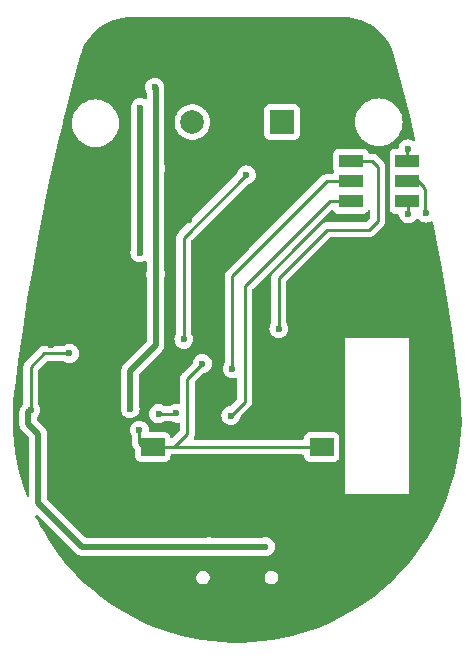
<source format=gbr>
%TF.GenerationSoftware,KiCad,Pcbnew,8.0.4*%
%TF.CreationDate,2024-08-11T09:47:25+05:30*%
%TF.ProjectId,Wrkshp_PCB_test,57726b73-6870-45f5-9043-425f74657374,rev?*%
%TF.SameCoordinates,Original*%
%TF.FileFunction,Copper,L2,Bot*%
%TF.FilePolarity,Positive*%
%FSLAX46Y46*%
G04 Gerber Fmt 4.6, Leading zero omitted, Abs format (unit mm)*
G04 Created by KiCad (PCBNEW 8.0.4) date 2024-08-11 09:47:25*
%MOMM*%
%LPD*%
G01*
G04 APERTURE LIST*
%TA.AperFunction,ComponentPad*%
%ADD10O,1.000000X2.100000*%
%TD*%
%TA.AperFunction,ComponentPad*%
%ADD11O,1.000000X1.800000*%
%TD*%
%TA.AperFunction,SMDPad,CuDef*%
%ADD12R,2.000000X1.500000*%
%TD*%
%TA.AperFunction,ComponentPad*%
%ADD13R,2.000000X2.000000*%
%TD*%
%TA.AperFunction,ComponentPad*%
%ADD14C,2.000000*%
%TD*%
%TA.AperFunction,SMDPad,CuDef*%
%ADD15R,2.000000X1.100000*%
%TD*%
%TA.AperFunction,ViaPad*%
%ADD16C,0.600000*%
%TD*%
%TA.AperFunction,Conductor*%
%ADD17C,0.508000*%
%TD*%
%TA.AperFunction,Conductor*%
%ADD18C,0.254000*%
%TD*%
G04 APERTURE END LIST*
D10*
%TO.P,J1,S1,SHIELD*%
%TO.N,GND*%
X138859800Y-112642800D03*
D11*
X138859800Y-116822800D03*
D10*
X147499800Y-112642800D03*
D11*
X147499800Y-116822800D03*
%TD*%
D12*
%TO.P,SW1,1,1*%
%TO.N,GND*%
X150329800Y-97075000D03*
X136029800Y-97075000D03*
%TO.P,SW1,2,2*%
%TO.N,Button*%
X150329800Y-102075000D03*
X136029800Y-102075000D03*
%TD*%
D13*
%TO.P,BZ1,1,+*%
%TO.N,+3V3*%
X146979800Y-74575000D03*
D14*
%TO.P,BZ1,2,-*%
%TO.N,Net-(BZ1--)*%
X139379800Y-74575000D03*
%TD*%
D15*
%TO.P,D1,1,RK*%
%TO.N,Net-(D1-RK)*%
X157579800Y-77875000D03*
%TO.P,D1,2,GK*%
%TO.N,Net-(D1-GK)*%
X157579800Y-79575000D03*
%TO.P,D1,3,BK*%
%TO.N,Net-(D1-BK)*%
X157579800Y-81275000D03*
%TO.P,D1,4,BA*%
%TO.N,Bulb_3*%
X152779800Y-81275000D03*
%TO.P,D1,5,GA*%
%TO.N,Bulb_2*%
X152779800Y-79575000D03*
%TO.P,D1,6,RA*%
%TO.N,Bulb_1*%
X152779800Y-77875000D03*
%TD*%
D16*
%TO.N,Net-(BT1--)*%
X134950200Y-85623400D03*
X134975600Y-73355200D03*
%TO.N,+BATT*%
X136271000Y-78486000D03*
X134112000Y-98856800D03*
X136194800Y-71628000D03*
X136271000Y-87426800D03*
%TO.N,GND*%
X148869400Y-108966000D03*
X140817600Y-96240600D03*
X131241800Y-100558600D03*
X147701000Y-98475800D03*
X141757400Y-84048600D03*
X158851600Y-86233000D03*
X152374600Y-87477600D03*
X139039600Y-81965800D03*
X129159000Y-86918800D03*
X147675600Y-100406200D03*
X145719800Y-98475800D03*
X145719800Y-100406200D03*
X144119600Y-72415400D03*
X130784600Y-111582200D03*
X157683200Y-86055200D03*
X132130800Y-102870000D03*
X127381000Y-93446600D03*
X155956000Y-68834000D03*
X152450800Y-90728800D03*
X152374600Y-89077800D03*
X145719800Y-78257400D03*
X139141200Y-82880200D03*
X126974600Y-89408000D03*
X127584200Y-105613200D03*
X141757400Y-90932000D03*
%TO.N,Bulb_1*%
X146710400Y-92075000D03*
%TO.N,Net-(D1-GK)*%
X159156400Y-82270600D03*
%TO.N,Net-(D1-RK)*%
X157632400Y-76835000D03*
%TO.N,Bulb_3*%
X142646400Y-99415600D03*
%TO.N,Net-(D1-BK)*%
X157683200Y-82346800D03*
%TO.N,Bulb_2*%
X142748000Y-95453200D03*
%TO.N,CHG*%
X136525000Y-99263200D03*
X138023600Y-99212400D03*
%TO.N,VBUS*%
X145567400Y-110515400D03*
X128981200Y-94157800D03*
X125703692Y-98938501D03*
X140792200Y-110515400D03*
%TO.N,Button*%
X140233400Y-95021400D03*
X134899400Y-100660200D03*
%TO.N,Buzzer*%
X138658600Y-92964000D03*
X143967200Y-79044800D03*
%TD*%
D17*
%TO.N,Net-(BT1--)*%
X134950200Y-73380600D02*
X134975600Y-73355200D01*
X134950200Y-85623400D02*
X134950200Y-73380600D01*
%TO.N,+BATT*%
X136271000Y-78486000D02*
X136271000Y-71704200D01*
X136271000Y-87426800D02*
X136271000Y-78486000D01*
X136271000Y-93446600D02*
X136271000Y-87426800D01*
X134112000Y-95605600D02*
X136271000Y-93446600D01*
X136271000Y-71704200D02*
X136194800Y-71628000D01*
X134112000Y-98856800D02*
X134112000Y-95605600D01*
D18*
%TO.N,Bulb_1*%
X155092400Y-78333600D02*
X154633800Y-77875000D01*
X146710400Y-87731600D02*
X150749000Y-83693000D01*
X154633800Y-77875000D02*
X152779800Y-77875000D01*
X150749000Y-83693000D02*
X154305000Y-83693000D01*
X155092400Y-82905600D02*
X155092400Y-78333600D01*
X146710400Y-92075000D02*
X146710400Y-87731600D01*
X154305000Y-83693000D02*
X155092400Y-82905600D01*
%TO.N,Net-(D1-GK)*%
X158518200Y-79575000D02*
X159038715Y-80095515D01*
X159038715Y-80095515D02*
X159105600Y-80412193D01*
X157579800Y-79575000D02*
X158518200Y-79575000D01*
X159105600Y-80412193D02*
X159105600Y-82219800D01*
X159105600Y-82219800D02*
X159156400Y-82270600D01*
%TO.N,Net-(D1-RK)*%
X157579800Y-77875000D02*
X157579800Y-76887600D01*
X157579800Y-76887600D02*
X157632400Y-76835000D01*
%TO.N,Bulb_3*%
X143814800Y-98247200D02*
X143814800Y-88468200D01*
X151008000Y-81275000D02*
X152779800Y-81275000D01*
X142646400Y-99415600D02*
X143814800Y-98247200D01*
X143814800Y-88468200D02*
X151008000Y-81275000D01*
%TO.N,Net-(D1-BK)*%
X157683200Y-81378400D02*
X157579800Y-81275000D01*
X157683200Y-82346800D02*
X157683200Y-81378400D01*
%TO.N,Bulb_2*%
X142748000Y-95453200D02*
X142748000Y-87630000D01*
X150803000Y-79575000D02*
X152779800Y-79575000D01*
X142748000Y-87630000D02*
X150803000Y-79575000D01*
%TO.N,CHG*%
X137972800Y-99263200D02*
X138023600Y-99212400D01*
X136525000Y-99263200D02*
X137972800Y-99263200D01*
D17*
%TO.N,VBUS*%
X125501400Y-100152200D02*
X126339600Y-100990400D01*
X145567400Y-110515400D02*
X140792200Y-110515400D01*
X130048000Y-110515400D02*
X140792200Y-110515400D01*
D18*
X128981200Y-94157800D02*
X126822200Y-94157800D01*
X126822200Y-94157800D02*
X125703692Y-95276308D01*
D17*
X125501400Y-99140793D02*
X125501400Y-100152200D01*
X126339600Y-100990400D02*
X126339600Y-106807000D01*
X125703692Y-98938501D02*
X125501400Y-99140793D01*
D18*
X125703692Y-95276308D02*
X125703692Y-98938501D01*
D17*
X126339600Y-106807000D02*
X130048000Y-110515400D01*
D18*
%TO.N,Button*%
X135222000Y-102075000D02*
X136029800Y-102075000D01*
X138957000Y-100971400D02*
X138957000Y-96297800D01*
X134899400Y-100660200D02*
X134899400Y-101752400D01*
X134899400Y-101752400D02*
X135222000Y-102075000D01*
X137853400Y-102075000D02*
X138957000Y-100971400D01*
X138957000Y-96297800D02*
X140233400Y-95021400D01*
X136029800Y-102075000D02*
X137853400Y-102075000D01*
X136029800Y-102075000D02*
X150329800Y-102075000D01*
%TO.N,Buzzer*%
X138658600Y-92964000D02*
X138658600Y-84353400D01*
X138658600Y-84353400D02*
X143967200Y-79044800D01*
%TD*%
%TA.AperFunction,Conductor*%
%TO.N,GND*%
G36*
X152140308Y-65663117D02*
G01*
X152522797Y-65679750D01*
X152533504Y-65680682D01*
X152910448Y-65730104D01*
X152921029Y-65731962D01*
X153292267Y-65813917D01*
X153302659Y-65816690D01*
X153580724Y-65903983D01*
X153665345Y-65930549D01*
X153675474Y-65934219D01*
X154026919Y-66079132D01*
X154036691Y-66083668D01*
X154374211Y-66258530D01*
X154383552Y-66263896D01*
X154704649Y-66467412D01*
X154713490Y-66473570D01*
X155015682Y-66704168D01*
X155023955Y-66711069D01*
X155305007Y-66967042D01*
X155312649Y-66974635D01*
X155570425Y-67254040D01*
X155577379Y-67262269D01*
X155809913Y-67562974D01*
X155816127Y-67571774D01*
X156021692Y-67891543D01*
X156027119Y-67900850D01*
X156204155Y-68237260D01*
X156208753Y-68247003D01*
X156355917Y-68597501D01*
X156359652Y-68607606D01*
X156476675Y-68972168D01*
X156478427Y-68978135D01*
X157155881Y-71520143D01*
X157156298Y-71521753D01*
X157800251Y-74075186D01*
X157800647Y-74076801D01*
X158267255Y-76037546D01*
X158263626Y-76107321D01*
X158222849Y-76164058D01*
X158157871Y-76189742D01*
X158089323Y-76176219D01*
X158080652Y-76171247D01*
X157981923Y-76109211D01*
X157811654Y-76049631D01*
X157811649Y-76049630D01*
X157632404Y-76029435D01*
X157632396Y-76029435D01*
X157453150Y-76049630D01*
X157453145Y-76049631D01*
X157282876Y-76109211D01*
X157130137Y-76205184D01*
X157002584Y-76332737D01*
X156906610Y-76485478D01*
X156847030Y-76655750D01*
X156840424Y-76714384D01*
X156813357Y-76778798D01*
X156755762Y-76818353D01*
X156717205Y-76824500D01*
X156531930Y-76824500D01*
X156531923Y-76824501D01*
X156472316Y-76830908D01*
X156337471Y-76881202D01*
X156337464Y-76881206D01*
X156222255Y-76967452D01*
X156222252Y-76967455D01*
X156136006Y-77082664D01*
X156136002Y-77082671D01*
X156085708Y-77217517D01*
X156079301Y-77277116D01*
X156079300Y-77277135D01*
X156079300Y-78472870D01*
X156079301Y-78472876D01*
X156085708Y-78532483D01*
X156139103Y-78675641D01*
X156137375Y-78676285D01*
X156149895Y-78733853D01*
X156138110Y-78773988D01*
X156139103Y-78774359D01*
X156085708Y-78917517D01*
X156079301Y-78977116D01*
X156079300Y-78977135D01*
X156079300Y-80172870D01*
X156079301Y-80172876D01*
X156085708Y-80232483D01*
X156139103Y-80375641D01*
X156137375Y-80376285D01*
X156149895Y-80433853D01*
X156138110Y-80473988D01*
X156139103Y-80474359D01*
X156085708Y-80617517D01*
X156079301Y-80677116D01*
X156079300Y-80677135D01*
X156079300Y-81872870D01*
X156079301Y-81872876D01*
X156085708Y-81932483D01*
X156136002Y-82067328D01*
X156136006Y-82067335D01*
X156222252Y-82182544D01*
X156222255Y-82182547D01*
X156337464Y-82268793D01*
X156337471Y-82268797D01*
X156382418Y-82285561D01*
X156472317Y-82319091D01*
X156531927Y-82325500D01*
X156764421Y-82325499D01*
X156831460Y-82345183D01*
X156877215Y-82397987D01*
X156887641Y-82435615D01*
X156897830Y-82526050D01*
X156897831Y-82526054D01*
X156957411Y-82696323D01*
X157040443Y-82828467D01*
X157053384Y-82849062D01*
X157180938Y-82976616D01*
X157212405Y-82996388D01*
X157317885Y-83062666D01*
X157333678Y-83072589D01*
X157382333Y-83089614D01*
X157503945Y-83132168D01*
X157503950Y-83132169D01*
X157683196Y-83152365D01*
X157683200Y-83152365D01*
X157683204Y-83152365D01*
X157862449Y-83132169D01*
X157862452Y-83132168D01*
X157862455Y-83132168D01*
X158032722Y-83072589D01*
X158185462Y-82976616D01*
X158313016Y-82849062D01*
X158342106Y-82802765D01*
X158394437Y-82756476D01*
X158463490Y-82745826D01*
X158527339Y-82774200D01*
X158534779Y-82781057D01*
X158654138Y-82900416D01*
X158806878Y-82996389D01*
X158901621Y-83029541D01*
X158977145Y-83055968D01*
X158977150Y-83055969D01*
X159156396Y-83076165D01*
X159156400Y-83076165D01*
X159156404Y-83076165D01*
X159335649Y-83055969D01*
X159335652Y-83055968D01*
X159335655Y-83055968D01*
X159505922Y-82996389D01*
X159552052Y-82967404D01*
X159582328Y-82948380D01*
X159649565Y-82929379D01*
X159716400Y-82949746D01*
X159761615Y-83003014D01*
X159769989Y-83029541D01*
X160033502Y-84375047D01*
X160033811Y-84376681D01*
X160505243Y-86967579D01*
X160505530Y-86969217D01*
X160942187Y-89566264D01*
X160942451Y-89567905D01*
X161344222Y-92170441D01*
X161344465Y-92172086D01*
X161711310Y-94779846D01*
X161711531Y-94781495D01*
X162043252Y-97392993D01*
X162043656Y-97396596D01*
X162126237Y-98244369D01*
X162126653Y-98249943D01*
X162170895Y-99099581D01*
X162171060Y-99105168D01*
X162176969Y-99955952D01*
X162176882Y-99961540D01*
X162144447Y-100811730D01*
X162144108Y-100817309D01*
X162073394Y-101665168D01*
X162072804Y-101670726D01*
X161963954Y-102514539D01*
X161963114Y-102520065D01*
X161816350Y-103358112D01*
X161815262Y-103363594D01*
X161630883Y-104194177D01*
X161629549Y-104199605D01*
X161407928Y-105021033D01*
X161406351Y-105026395D01*
X161147941Y-105837001D01*
X161146124Y-105842287D01*
X160851438Y-106640447D01*
X160849384Y-106645645D01*
X160519051Y-107429668D01*
X160516766Y-107434769D01*
X160151416Y-108203154D01*
X160148903Y-108208146D01*
X159749304Y-108959279D01*
X159746568Y-108964153D01*
X159313530Y-109696507D01*
X159310577Y-109701253D01*
X158844985Y-110413338D01*
X158841822Y-110417946D01*
X158344594Y-111108355D01*
X158341226Y-111112815D01*
X157813420Y-111780078D01*
X157809855Y-111784383D01*
X157252483Y-112427223D01*
X157248727Y-112431362D01*
X156662982Y-113048401D01*
X156659044Y-113052367D01*
X156046055Y-113642416D01*
X156041941Y-113646200D01*
X155403024Y-114207992D01*
X155398745Y-114211588D01*
X154735145Y-114744031D01*
X154730708Y-114747429D01*
X154043773Y-115249438D01*
X154039187Y-115252633D01*
X153330360Y-115723156D01*
X153325635Y-115726142D01*
X152596286Y-116164269D01*
X152591431Y-116167038D01*
X151843108Y-116571836D01*
X151838133Y-116574384D01*
X151072322Y-116945053D01*
X151067238Y-116947374D01*
X150285504Y-117283156D01*
X150280320Y-117285246D01*
X149484239Y-117585462D01*
X149478966Y-117587316D01*
X148670161Y-117851356D01*
X148664810Y-117852970D01*
X147844955Y-118080287D01*
X147839537Y-118081659D01*
X147010242Y-118271806D01*
X147004767Y-118272932D01*
X146167755Y-118425514D01*
X146162235Y-118426392D01*
X145319193Y-118541100D01*
X145313639Y-118541728D01*
X144466312Y-118618328D01*
X144460736Y-118618706D01*
X143610790Y-118657047D01*
X143605202Y-118657173D01*
X142754398Y-118657173D01*
X142748810Y-118657047D01*
X141898863Y-118618706D01*
X141893287Y-118618328D01*
X141045960Y-118541728D01*
X141040406Y-118541100D01*
X140197364Y-118426392D01*
X140191844Y-118425514D01*
X139354832Y-118272932D01*
X139349357Y-118271806D01*
X138520062Y-118081659D01*
X138514644Y-118080287D01*
X137694789Y-117852970D01*
X137689438Y-117851356D01*
X136880633Y-117587316D01*
X136875360Y-117585462D01*
X136079279Y-117285246D01*
X136074095Y-117283156D01*
X135292361Y-116947374D01*
X135287277Y-116945053D01*
X134521466Y-116574384D01*
X134516491Y-116571836D01*
X133768168Y-116167038D01*
X133763313Y-116164269D01*
X133033964Y-115726142D01*
X133029239Y-115723156D01*
X132320412Y-115252633D01*
X132315826Y-115249438D01*
X131628891Y-114747429D01*
X131624474Y-114744046D01*
X130960825Y-114211564D01*
X130956575Y-114207992D01*
X130317658Y-113646200D01*
X130313544Y-113642416D01*
X129873214Y-113218565D01*
X129715792Y-113067034D01*
X139714300Y-113067034D01*
X139714300Y-113218565D01*
X139753519Y-113364936D01*
X139791402Y-113430550D01*
X139829285Y-113496165D01*
X139936435Y-113603315D01*
X140067665Y-113679081D01*
X140214034Y-113718300D01*
X140214036Y-113718300D01*
X140365564Y-113718300D01*
X140365566Y-113718300D01*
X140511935Y-113679081D01*
X140643165Y-113603315D01*
X140750315Y-113496165D01*
X140826081Y-113364935D01*
X140865300Y-113218566D01*
X140865300Y-113067034D01*
X145494300Y-113067034D01*
X145494300Y-113218565D01*
X145533519Y-113364936D01*
X145571402Y-113430550D01*
X145609285Y-113496165D01*
X145716435Y-113603315D01*
X145847665Y-113679081D01*
X145994034Y-113718300D01*
X145994036Y-113718300D01*
X146145564Y-113718300D01*
X146145566Y-113718300D01*
X146291935Y-113679081D01*
X146423165Y-113603315D01*
X146530315Y-113496165D01*
X146606081Y-113364935D01*
X146645300Y-113218566D01*
X146645300Y-113067034D01*
X146606081Y-112920665D01*
X146530315Y-112789435D01*
X146423165Y-112682285D01*
X146357550Y-112644402D01*
X146291936Y-112606519D01*
X146218750Y-112586909D01*
X146145566Y-112567300D01*
X145994034Y-112567300D01*
X145847663Y-112606519D01*
X145716435Y-112682285D01*
X145716432Y-112682287D01*
X145609287Y-112789432D01*
X145609285Y-112789435D01*
X145533519Y-112920663D01*
X145494300Y-113067034D01*
X140865300Y-113067034D01*
X140826081Y-112920665D01*
X140750315Y-112789435D01*
X140643165Y-112682285D01*
X140577550Y-112644402D01*
X140511936Y-112606519D01*
X140438750Y-112586909D01*
X140365566Y-112567300D01*
X140214034Y-112567300D01*
X140067663Y-112606519D01*
X139936435Y-112682285D01*
X139936432Y-112682287D01*
X139829287Y-112789432D01*
X139829285Y-112789435D01*
X139753519Y-112920663D01*
X139714300Y-113067034D01*
X129715792Y-113067034D01*
X129700552Y-113052364D01*
X129696617Y-113048401D01*
X129575357Y-112920663D01*
X129239916Y-112567300D01*
X129110872Y-112431362D01*
X129107116Y-112427223D01*
X128549744Y-111784383D01*
X128546179Y-111780078D01*
X128167045Y-111300769D01*
X128018356Y-111112793D01*
X128015022Y-111108377D01*
X127517775Y-110417943D01*
X127514614Y-110413338D01*
X127169546Y-109885584D01*
X127049016Y-109701244D01*
X127046069Y-109696507D01*
X126959979Y-109550912D01*
X126613027Y-108964146D01*
X126610295Y-108959279D01*
X126210696Y-108208146D01*
X126208183Y-108203154D01*
X126099447Y-107974467D01*
X126088437Y-107905470D01*
X126116477Y-107841474D01*
X126174665Y-107802796D01*
X126244527Y-107801718D01*
X126299114Y-107833539D01*
X129457600Y-110992024D01*
X129457621Y-110992047D01*
X129567031Y-111101457D01*
X129632523Y-111145217D01*
X129690606Y-111184027D01*
X129690607Y-111184027D01*
X129690611Y-111184030D01*
X129771043Y-111217345D01*
X129771044Y-111217346D01*
X129794603Y-111227104D01*
X129827920Y-111240905D01*
X129827929Y-111240906D01*
X129827930Y-111240907D01*
X129852103Y-111245715D01*
X129852110Y-111245716D01*
X129973686Y-111269901D01*
X129973688Y-111269901D01*
X130128426Y-111269901D01*
X130128446Y-111269900D01*
X140503660Y-111269900D01*
X140544615Y-111276859D01*
X140612937Y-111300766D01*
X140612943Y-111300767D01*
X140612945Y-111300768D01*
X140612946Y-111300768D01*
X140612950Y-111300769D01*
X140792196Y-111320965D01*
X140792200Y-111320965D01*
X140792204Y-111320965D01*
X140971449Y-111300769D01*
X140971451Y-111300768D01*
X140971455Y-111300768D01*
X140971458Y-111300766D01*
X140971462Y-111300766D01*
X141039785Y-111276859D01*
X141080740Y-111269900D01*
X145278860Y-111269900D01*
X145319815Y-111276859D01*
X145388137Y-111300766D01*
X145388143Y-111300767D01*
X145388145Y-111300768D01*
X145388146Y-111300768D01*
X145388150Y-111300769D01*
X145567396Y-111320965D01*
X145567400Y-111320965D01*
X145567404Y-111320965D01*
X145746649Y-111300769D01*
X145746652Y-111300768D01*
X145746655Y-111300768D01*
X145916922Y-111241189D01*
X146069662Y-111145216D01*
X146197216Y-111017662D01*
X146293189Y-110864922D01*
X146352768Y-110694655D01*
X146372965Y-110515400D01*
X146361465Y-110413338D01*
X146352769Y-110336150D01*
X146352768Y-110336145D01*
X146293188Y-110165876D01*
X146197215Y-110013137D01*
X146069662Y-109885584D01*
X145916923Y-109789611D01*
X145746654Y-109730031D01*
X145746649Y-109730030D01*
X145567404Y-109709835D01*
X145567396Y-109709835D01*
X145388150Y-109730030D01*
X145388137Y-109730033D01*
X145319815Y-109753941D01*
X145278860Y-109760900D01*
X141080740Y-109760900D01*
X141039785Y-109753941D01*
X140971462Y-109730033D01*
X140971449Y-109730030D01*
X140792204Y-109709835D01*
X140792196Y-109709835D01*
X140612950Y-109730030D01*
X140612937Y-109730033D01*
X140544615Y-109753941D01*
X140503660Y-109760900D01*
X130411886Y-109760900D01*
X130344847Y-109741215D01*
X130324205Y-109724581D01*
X127130419Y-106530794D01*
X127096934Y-106469471D01*
X127094100Y-106443113D01*
X127094100Y-106033800D01*
X152310000Y-106033800D01*
X157710000Y-106033800D01*
X157710000Y-92833800D01*
X152310000Y-92833800D01*
X152310000Y-106033800D01*
X127094100Y-106033800D01*
X127094100Y-101070846D01*
X127094101Y-101070825D01*
X127094101Y-100916085D01*
X127065106Y-100770326D01*
X127065105Y-100770325D01*
X127065105Y-100770321D01*
X127019491Y-100660197D01*
X127019491Y-100660196D01*
X134093835Y-100660196D01*
X134093835Y-100660203D01*
X134114030Y-100839449D01*
X134114031Y-100839454D01*
X134173611Y-101009724D01*
X134252893Y-101135898D01*
X134271900Y-101201871D01*
X134271900Y-101814207D01*
X134296012Y-101935427D01*
X134296014Y-101935435D01*
X134328225Y-102013197D01*
X134343317Y-102049633D01*
X134401562Y-102136803D01*
X134411989Y-102152408D01*
X134492982Y-102233401D01*
X134526466Y-102294722D01*
X134529300Y-102321081D01*
X134529300Y-102872870D01*
X134529301Y-102872876D01*
X134535708Y-102932483D01*
X134586002Y-103067328D01*
X134586006Y-103067335D01*
X134672252Y-103182544D01*
X134672255Y-103182547D01*
X134787464Y-103268793D01*
X134787471Y-103268797D01*
X134922317Y-103319091D01*
X134922316Y-103319091D01*
X134929244Y-103319835D01*
X134981927Y-103325500D01*
X137077672Y-103325499D01*
X137137283Y-103319091D01*
X137272131Y-103268796D01*
X137387346Y-103182546D01*
X137473596Y-103067331D01*
X137523891Y-102932483D01*
X137530300Y-102872873D01*
X137530300Y-102826500D01*
X137549985Y-102759461D01*
X137602789Y-102713706D01*
X137654300Y-102702500D01*
X137791597Y-102702500D01*
X137915203Y-102702500D01*
X148705301Y-102702500D01*
X148772340Y-102722185D01*
X148818095Y-102774989D01*
X148829301Y-102826500D01*
X148829301Y-102872876D01*
X148835708Y-102932483D01*
X148886002Y-103067328D01*
X148886006Y-103067335D01*
X148972252Y-103182544D01*
X148972255Y-103182547D01*
X149087464Y-103268793D01*
X149087471Y-103268797D01*
X149222317Y-103319091D01*
X149222316Y-103319091D01*
X149229244Y-103319835D01*
X149281927Y-103325500D01*
X151377672Y-103325499D01*
X151437283Y-103319091D01*
X151572131Y-103268796D01*
X151687346Y-103182546D01*
X151773596Y-103067331D01*
X151823891Y-102932483D01*
X151830300Y-102872873D01*
X151830299Y-101277128D01*
X151823891Y-101217517D01*
X151818055Y-101201871D01*
X151773597Y-101082671D01*
X151773593Y-101082664D01*
X151687347Y-100967455D01*
X151687344Y-100967452D01*
X151572135Y-100881206D01*
X151572128Y-100881202D01*
X151437282Y-100830908D01*
X151437283Y-100830908D01*
X151377683Y-100824501D01*
X151377681Y-100824500D01*
X151377673Y-100824500D01*
X151377664Y-100824500D01*
X149281929Y-100824500D01*
X149281923Y-100824501D01*
X149222316Y-100830908D01*
X149087471Y-100881202D01*
X149087464Y-100881206D01*
X148972255Y-100967452D01*
X148972252Y-100967455D01*
X148886006Y-101082664D01*
X148886002Y-101082671D01*
X148835708Y-101217517D01*
X148830431Y-101266605D01*
X148829301Y-101277123D01*
X148829300Y-101277135D01*
X148829300Y-101323500D01*
X148809615Y-101390539D01*
X148756811Y-101436294D01*
X148705300Y-101447500D01*
X139624358Y-101447500D01*
X139557319Y-101427815D01*
X139511564Y-101375011D01*
X139501620Y-101305853D01*
X139511834Y-101274710D01*
X139510752Y-101274262D01*
X139560383Y-101154439D01*
X139560385Y-101154435D01*
X139574660Y-101082671D01*
X139584500Y-101033205D01*
X139584500Y-99415596D01*
X141840835Y-99415596D01*
X141840835Y-99415603D01*
X141861030Y-99594849D01*
X141861031Y-99594854D01*
X141920611Y-99765123D01*
X142000972Y-99893016D01*
X142016584Y-99917862D01*
X142144138Y-100045416D01*
X142296878Y-100141389D01*
X142467145Y-100200968D01*
X142467150Y-100200969D01*
X142646396Y-100221165D01*
X142646400Y-100221165D01*
X142646404Y-100221165D01*
X142825649Y-100200969D01*
X142825652Y-100200968D01*
X142825655Y-100200968D01*
X142995922Y-100141389D01*
X143148662Y-100045416D01*
X143276216Y-99917862D01*
X143372189Y-99765122D01*
X143431768Y-99594855D01*
X143436713Y-99550961D01*
X143463778Y-99486551D01*
X143472242Y-99477175D01*
X144302211Y-98647208D01*
X144327049Y-98610035D01*
X144370883Y-98544433D01*
X144418185Y-98430235D01*
X144426076Y-98390561D01*
X144442300Y-98309005D01*
X144442300Y-88779481D01*
X144461985Y-88712442D01*
X144478619Y-88691800D01*
X147794605Y-85375814D01*
X151136614Y-82033804D01*
X151197935Y-82000321D01*
X151267627Y-82005305D01*
X151323560Y-82047177D01*
X151333124Y-82062057D01*
X151336006Y-82067335D01*
X151422252Y-82182544D01*
X151422255Y-82182547D01*
X151537464Y-82268793D01*
X151537471Y-82268797D01*
X151672317Y-82319091D01*
X151672316Y-82319091D01*
X151679244Y-82319835D01*
X151731927Y-82325500D01*
X153827672Y-82325499D01*
X153887283Y-82319091D01*
X154022131Y-82268796D01*
X154137346Y-82182546D01*
X154223596Y-82067331D01*
X154224717Y-82064326D01*
X154226638Y-82061758D01*
X154227847Y-82059546D01*
X154228165Y-82059719D01*
X154266587Y-82008391D01*
X154332050Y-81983972D01*
X154400324Y-81998822D01*
X154449730Y-82048226D01*
X154464900Y-82107656D01*
X154464900Y-82594319D01*
X154445215Y-82661358D01*
X154428581Y-82682000D01*
X154081400Y-83029181D01*
X154020077Y-83062666D01*
X153993719Y-83065500D01*
X150687192Y-83065500D01*
X150565972Y-83089612D01*
X150565964Y-83089614D01*
X150485215Y-83123062D01*
X150451766Y-83136917D01*
X150451763Y-83136918D01*
X150353117Y-83202831D01*
X150353118Y-83202832D01*
X150348994Y-83205587D01*
X150348989Y-83205591D01*
X148219722Y-85334859D01*
X146310392Y-87244189D01*
X146266689Y-87287892D01*
X146222986Y-87331594D01*
X146222985Y-87331596D01*
X146153633Y-87435389D01*
X146151986Y-87439993D01*
X146107014Y-87548564D01*
X146107012Y-87548572D01*
X146082900Y-87669792D01*
X146082900Y-91533328D01*
X146063894Y-91599300D01*
X145984611Y-91725476D01*
X145925031Y-91895745D01*
X145925030Y-91895750D01*
X145904835Y-92074996D01*
X145904835Y-92075003D01*
X145925030Y-92254249D01*
X145925031Y-92254254D01*
X145984611Y-92424523D01*
X146006540Y-92459422D01*
X146080584Y-92577262D01*
X146208138Y-92704816D01*
X146360878Y-92800789D01*
X146455218Y-92833800D01*
X146531145Y-92860368D01*
X146531150Y-92860369D01*
X146710396Y-92880565D01*
X146710400Y-92880565D01*
X146710404Y-92880565D01*
X146889649Y-92860369D01*
X146889652Y-92860368D01*
X146889655Y-92860368D01*
X147059922Y-92800789D01*
X147212662Y-92704816D01*
X147340216Y-92577262D01*
X147436189Y-92424522D01*
X147495768Y-92254255D01*
X147505116Y-92171287D01*
X147515965Y-92075003D01*
X147515965Y-92074996D01*
X147495769Y-91895750D01*
X147495768Y-91895745D01*
X147436188Y-91725476D01*
X147356906Y-91599300D01*
X147337900Y-91533328D01*
X147337900Y-88042881D01*
X147357585Y-87975842D01*
X147374219Y-87955200D01*
X150972600Y-84356819D01*
X151033923Y-84323334D01*
X151060281Y-84320500D01*
X154366804Y-84320500D01*
X154366805Y-84320499D01*
X154488035Y-84296386D01*
X154568784Y-84262937D01*
X154602233Y-84249083D01*
X154705008Y-84180411D01*
X154792411Y-84093008D01*
X155579811Y-83305608D01*
X155588241Y-83292992D01*
X155648483Y-83202833D01*
X155677753Y-83132168D01*
X155695786Y-83088634D01*
X155719900Y-82967403D01*
X155719900Y-82843797D01*
X155719900Y-78271797D01*
X155719900Y-78271794D01*
X155695786Y-78150570D01*
X155695785Y-78150569D01*
X155695785Y-78150565D01*
X155695783Y-78150560D01*
X155648486Y-78036373D01*
X155648479Y-78036360D01*
X155579812Y-77933593D01*
X155579811Y-77933592D01*
X155492408Y-77846189D01*
X155350867Y-77704648D01*
X155033811Y-77387591D01*
X155033807Y-77387588D01*
X154931039Y-77318920D01*
X154931026Y-77318913D01*
X154897585Y-77305062D01*
X154816835Y-77271614D01*
X154816827Y-77271612D01*
X154695607Y-77247500D01*
X154695603Y-77247500D01*
X154371169Y-77247500D01*
X154304130Y-77227815D01*
X154258375Y-77175011D01*
X154254987Y-77166832D01*
X154223598Y-77082673D01*
X154223593Y-77082664D01*
X154137347Y-76967455D01*
X154137344Y-76967452D01*
X154022135Y-76881206D01*
X154022128Y-76881202D01*
X153887282Y-76830908D01*
X153887283Y-76830908D01*
X153827683Y-76824501D01*
X153827681Y-76824500D01*
X153827673Y-76824500D01*
X153827664Y-76824500D01*
X151731929Y-76824500D01*
X151731923Y-76824501D01*
X151672316Y-76830908D01*
X151537471Y-76881202D01*
X151537464Y-76881206D01*
X151422255Y-76967452D01*
X151422252Y-76967455D01*
X151336006Y-77082664D01*
X151336002Y-77082671D01*
X151285708Y-77217517D01*
X151279301Y-77277116D01*
X151279300Y-77277135D01*
X151279300Y-78472870D01*
X151279301Y-78472876D01*
X151285708Y-78532483D01*
X151339103Y-78675641D01*
X151337375Y-78676285D01*
X151349895Y-78733853D01*
X151338110Y-78773987D01*
X151339103Y-78774358D01*
X151304613Y-78866832D01*
X151262742Y-78922766D01*
X151197278Y-78947184D01*
X151188431Y-78947500D01*
X150741195Y-78947500D01*
X150619970Y-78971613D01*
X150619960Y-78971616D01*
X150505773Y-79018913D01*
X150505760Y-79018920D01*
X150402992Y-79087588D01*
X150402988Y-79087591D01*
X144155722Y-85334859D01*
X142347992Y-87142589D01*
X142260589Y-87229992D01*
X142192700Y-87331596D01*
X142191916Y-87332769D01*
X142178061Y-87366214D01*
X142178062Y-87366215D01*
X142144615Y-87446962D01*
X142144612Y-87446972D01*
X142133843Y-87501113D01*
X142120500Y-87568192D01*
X142120500Y-94911528D01*
X142101494Y-94977500D01*
X142022211Y-95103676D01*
X141962631Y-95273945D01*
X141962630Y-95273950D01*
X141942435Y-95453196D01*
X141942435Y-95453203D01*
X141962630Y-95632449D01*
X141962631Y-95632454D01*
X142022211Y-95802723D01*
X142118184Y-95955462D01*
X142245738Y-96083016D01*
X142398478Y-96178989D01*
X142561383Y-96235992D01*
X142568745Y-96238568D01*
X142568750Y-96238569D01*
X142747996Y-96258765D01*
X142748000Y-96258765D01*
X142748004Y-96258765D01*
X142927249Y-96238569D01*
X142927251Y-96238568D01*
X142927255Y-96238568D01*
X142927258Y-96238566D01*
X142927262Y-96238566D01*
X143022345Y-96205295D01*
X143092124Y-96201733D01*
X143152751Y-96236461D01*
X143184979Y-96298454D01*
X143187300Y-96322336D01*
X143187300Y-97935918D01*
X143167615Y-98002957D01*
X143150981Y-98023599D01*
X142584832Y-98589747D01*
X142523509Y-98623232D01*
X142511037Y-98625286D01*
X142467145Y-98630232D01*
X142296878Y-98689810D01*
X142144137Y-98785784D01*
X142016584Y-98913337D01*
X141920611Y-99066076D01*
X141861031Y-99236345D01*
X141861030Y-99236350D01*
X141840835Y-99415596D01*
X139584500Y-99415596D01*
X139584500Y-96609080D01*
X139604185Y-96542041D01*
X139620815Y-96521403D01*
X140294967Y-95847250D01*
X140356288Y-95813767D01*
X140368745Y-95811715D01*
X140412655Y-95806768D01*
X140582922Y-95747189D01*
X140735662Y-95651216D01*
X140863216Y-95523662D01*
X140959189Y-95370922D01*
X141018768Y-95200655D01*
X141018769Y-95200649D01*
X141038965Y-95021403D01*
X141038965Y-95021396D01*
X141018769Y-94842150D01*
X141018768Y-94842145D01*
X141011586Y-94821619D01*
X140959189Y-94671878D01*
X140863216Y-94519138D01*
X140735662Y-94391584D01*
X140648880Y-94337055D01*
X140582923Y-94295611D01*
X140412654Y-94236031D01*
X140412649Y-94236030D01*
X140233404Y-94215835D01*
X140233396Y-94215835D01*
X140054150Y-94236030D01*
X140054145Y-94236031D01*
X139883876Y-94295611D01*
X139731137Y-94391584D01*
X139603584Y-94519137D01*
X139507610Y-94671878D01*
X139448032Y-94842145D01*
X139443086Y-94886037D01*
X139416018Y-94950451D01*
X139407547Y-94959832D01*
X138734932Y-95632449D01*
X138556992Y-95810389D01*
X138520129Y-95847252D01*
X138469586Y-95897794D01*
X138469585Y-95897796D01*
X138400233Y-96001589D01*
X138398586Y-96006193D01*
X138353614Y-96114764D01*
X138353612Y-96114772D01*
X138329500Y-96235992D01*
X138329500Y-98302545D01*
X138309815Y-98369584D01*
X138257011Y-98415339D01*
X138191617Y-98425765D01*
X138023604Y-98406835D01*
X138023596Y-98406835D01*
X137844350Y-98427030D01*
X137844345Y-98427031D01*
X137674076Y-98486611D01*
X137521337Y-98582584D01*
X137504541Y-98599381D01*
X137443218Y-98632866D01*
X137416860Y-98635700D01*
X137066672Y-98635700D01*
X137000700Y-98616694D01*
X136874523Y-98537411D01*
X136704254Y-98477831D01*
X136704249Y-98477830D01*
X136525004Y-98457635D01*
X136524996Y-98457635D01*
X136345750Y-98477830D01*
X136345745Y-98477831D01*
X136175476Y-98537411D01*
X136022737Y-98633384D01*
X135895184Y-98760937D01*
X135799211Y-98913676D01*
X135739631Y-99083945D01*
X135739630Y-99083950D01*
X135719435Y-99263196D01*
X135719435Y-99263203D01*
X135739630Y-99442449D01*
X135739631Y-99442454D01*
X135799211Y-99612723D01*
X135894970Y-99765122D01*
X135895184Y-99765462D01*
X136022738Y-99893016D01*
X136049300Y-99909706D01*
X136127354Y-99958751D01*
X136175478Y-99988989D01*
X136258287Y-100017965D01*
X136345745Y-100048568D01*
X136345750Y-100048569D01*
X136524996Y-100068765D01*
X136525000Y-100068765D01*
X136525004Y-100068765D01*
X136704249Y-100048569D01*
X136704252Y-100048568D01*
X136704255Y-100048568D01*
X136874522Y-99988989D01*
X137000700Y-99909705D01*
X137066672Y-99890700D01*
X137562776Y-99890700D01*
X137628749Y-99909707D01*
X137674075Y-99938188D01*
X137844345Y-99997768D01*
X137844350Y-99997769D01*
X138023596Y-100017965D01*
X138023600Y-100017965D01*
X138023603Y-100017965D01*
X138109989Y-100008231D01*
X138191617Y-99999034D01*
X138260438Y-100011088D01*
X138311818Y-100058437D01*
X138329500Y-100122254D01*
X138329500Y-100660119D01*
X138309815Y-100727158D01*
X138293181Y-100747800D01*
X137736237Y-101304743D01*
X137674914Y-101338228D01*
X137605222Y-101333244D01*
X137549289Y-101291372D01*
X137525266Y-101230310D01*
X137523891Y-101217517D01*
X137473597Y-101082671D01*
X137473593Y-101082664D01*
X137387347Y-100967455D01*
X137387344Y-100967452D01*
X137272135Y-100881206D01*
X137272128Y-100881202D01*
X137137282Y-100830908D01*
X137137283Y-100830908D01*
X137077683Y-100824501D01*
X137077681Y-100824500D01*
X137077673Y-100824500D01*
X137077665Y-100824500D01*
X135825209Y-100824500D01*
X135758170Y-100804815D01*
X135712415Y-100752011D01*
X135701989Y-100686617D01*
X135704965Y-100660203D01*
X135704965Y-100660197D01*
X135684769Y-100480950D01*
X135684768Y-100480945D01*
X135636582Y-100343237D01*
X135625189Y-100310678D01*
X135529216Y-100157938D01*
X135401662Y-100030384D01*
X135349754Y-99997768D01*
X135248923Y-99934411D01*
X135078654Y-99874831D01*
X135078649Y-99874830D01*
X134899404Y-99854635D01*
X134899396Y-99854635D01*
X134720150Y-99874830D01*
X134720145Y-99874831D01*
X134549876Y-99934411D01*
X134397137Y-100030384D01*
X134269584Y-100157937D01*
X134173611Y-100310676D01*
X134114031Y-100480945D01*
X134114030Y-100480950D01*
X134093835Y-100660196D01*
X127019491Y-100660196D01*
X127008232Y-100633015D01*
X127008230Y-100633012D01*
X127008230Y-100633011D01*
X126980830Y-100592005D01*
X126925659Y-100509434D01*
X126925657Y-100509432D01*
X126925655Y-100509429D01*
X126816247Y-100400021D01*
X126816224Y-100400000D01*
X126292219Y-99875994D01*
X126258734Y-99814671D01*
X126255900Y-99788313D01*
X126255900Y-99569733D01*
X126275585Y-99502694D01*
X126292219Y-99482052D01*
X126309283Y-99464988D01*
X126333508Y-99440763D01*
X126429481Y-99288023D01*
X126489060Y-99117756D01*
X126489061Y-99117750D01*
X126509257Y-98938504D01*
X126509257Y-98938497D01*
X126500052Y-98856796D01*
X133306435Y-98856796D01*
X133306435Y-98856803D01*
X133326630Y-99036049D01*
X133326631Y-99036054D01*
X133386211Y-99206323D01*
X133437547Y-99288023D01*
X133482184Y-99359062D01*
X133609738Y-99486616D01*
X133762478Y-99582589D01*
X133848596Y-99612723D01*
X133932745Y-99642168D01*
X133932750Y-99642169D01*
X134111996Y-99662365D01*
X134112000Y-99662365D01*
X134112004Y-99662365D01*
X134291249Y-99642169D01*
X134291252Y-99642168D01*
X134291255Y-99642168D01*
X134461522Y-99582589D01*
X134614262Y-99486616D01*
X134741816Y-99359062D01*
X134837789Y-99206322D01*
X134897368Y-99036055D01*
X134897369Y-99036049D01*
X134917565Y-98856803D01*
X134917565Y-98856796D01*
X134897369Y-98677550D01*
X134897368Y-98677545D01*
X134873458Y-98609214D01*
X134866500Y-98568259D01*
X134866500Y-95969487D01*
X134886185Y-95902448D01*
X134902819Y-95881806D01*
X136857056Y-93927569D01*
X136857059Y-93927566D01*
X136939630Y-93803990D01*
X136986933Y-93689789D01*
X136996505Y-93666680D01*
X137010999Y-93593816D01*
X137025501Y-93520912D01*
X137025501Y-93372288D01*
X137025501Y-93367178D01*
X137025500Y-93367152D01*
X137025500Y-92963996D01*
X137853035Y-92963996D01*
X137853035Y-92964003D01*
X137873230Y-93143249D01*
X137873231Y-93143254D01*
X137932811Y-93313523D01*
X138007263Y-93432011D01*
X138028784Y-93466262D01*
X138156338Y-93593816D01*
X138246680Y-93650582D01*
X138278204Y-93670390D01*
X138309078Y-93689789D01*
X138479345Y-93749368D01*
X138479350Y-93749369D01*
X138658596Y-93769565D01*
X138658600Y-93769565D01*
X138658604Y-93769565D01*
X138837849Y-93749369D01*
X138837852Y-93749368D01*
X138837855Y-93749368D01*
X139008122Y-93689789D01*
X139160862Y-93593816D01*
X139288416Y-93466262D01*
X139384389Y-93313522D01*
X139443968Y-93143255D01*
X139443969Y-93143249D01*
X139464165Y-92964003D01*
X139464165Y-92963996D01*
X139443969Y-92784750D01*
X139443968Y-92784745D01*
X139384389Y-92614478D01*
X139305105Y-92488299D01*
X139286100Y-92422328D01*
X139286100Y-84664680D01*
X139305785Y-84597641D01*
X139322414Y-84577004D01*
X144028767Y-79870650D01*
X144090088Y-79837167D01*
X144102545Y-79835115D01*
X144146455Y-79830168D01*
X144316722Y-79770589D01*
X144469462Y-79674616D01*
X144597016Y-79547062D01*
X144692989Y-79394322D01*
X144752568Y-79224055D01*
X144772765Y-79044800D01*
X144769849Y-79018920D01*
X144752569Y-78865550D01*
X144752568Y-78865545D01*
X144720723Y-78774537D01*
X144692989Y-78695278D01*
X144597016Y-78542538D01*
X144469462Y-78414984D01*
X144316723Y-78319011D01*
X144146454Y-78259431D01*
X144146449Y-78259430D01*
X143967204Y-78239235D01*
X143967196Y-78239235D01*
X143787950Y-78259430D01*
X143787945Y-78259431D01*
X143617676Y-78319011D01*
X143464937Y-78414984D01*
X143337384Y-78542537D01*
X143241410Y-78695278D01*
X143181832Y-78865545D01*
X143176886Y-78909437D01*
X143149818Y-78973851D01*
X143141347Y-78983232D01*
X139478900Y-82645681D01*
X138258592Y-83865989D01*
X138214889Y-83909692D01*
X138171186Y-83953394D01*
X138171185Y-83953396D01*
X138101833Y-84057189D01*
X138100186Y-84061793D01*
X138055214Y-84170364D01*
X138055212Y-84170372D01*
X138031100Y-84291592D01*
X138031100Y-92422328D01*
X138012094Y-92488300D01*
X137932811Y-92614476D01*
X137873231Y-92784745D01*
X137873230Y-92784750D01*
X137853035Y-92963996D01*
X137025500Y-92963996D01*
X137025500Y-87715337D01*
X137032459Y-87674382D01*
X137056368Y-87606055D01*
X137074293Y-87446965D01*
X137076565Y-87426803D01*
X137076565Y-87426796D01*
X137056369Y-87247550D01*
X137056368Y-87247545D01*
X137032458Y-87179214D01*
X137025500Y-87138259D01*
X137025500Y-78774537D01*
X137032459Y-78733582D01*
X137052508Y-78676285D01*
X137056368Y-78665255D01*
X137076565Y-78486000D01*
X137075086Y-78472876D01*
X137056369Y-78306750D01*
X137056368Y-78306745D01*
X137032458Y-78238414D01*
X137025500Y-78197459D01*
X137025500Y-74574994D01*
X137874157Y-74574994D01*
X137874157Y-74575005D01*
X137894690Y-74822812D01*
X137894692Y-74822824D01*
X137955736Y-75063881D01*
X138055626Y-75291606D01*
X138191633Y-75499782D01*
X138191636Y-75499785D01*
X138360056Y-75682738D01*
X138556291Y-75835474D01*
X138774990Y-75953828D01*
X139010186Y-76034571D01*
X139255465Y-76075500D01*
X139504135Y-76075500D01*
X139749414Y-76034571D01*
X139984610Y-75953828D01*
X140203309Y-75835474D01*
X140399544Y-75682738D01*
X140567964Y-75499785D01*
X140703973Y-75291607D01*
X140803863Y-75063881D01*
X140864908Y-74822821D01*
X140864909Y-74822812D01*
X140885443Y-74575005D01*
X140885443Y-74574994D01*
X140864909Y-74327187D01*
X140864907Y-74327175D01*
X140803863Y-74086118D01*
X140703973Y-73858393D01*
X140567966Y-73650217D01*
X140501660Y-73578190D01*
X140454661Y-73527135D01*
X145479300Y-73527135D01*
X145479300Y-75622870D01*
X145479301Y-75622876D01*
X145485708Y-75682483D01*
X145536002Y-75817328D01*
X145536006Y-75817335D01*
X145622252Y-75932544D01*
X145622255Y-75932547D01*
X145737464Y-76018793D01*
X145737471Y-76018797D01*
X145872317Y-76069091D01*
X145872316Y-76069091D01*
X145879244Y-76069835D01*
X145931927Y-76075500D01*
X148027672Y-76075499D01*
X148087283Y-76069091D01*
X148222131Y-76018796D01*
X148337346Y-75932546D01*
X148423596Y-75817331D01*
X148473891Y-75682483D01*
X148480300Y-75622873D01*
X148480299Y-74574998D01*
X153174190Y-74574998D01*
X153174190Y-74575001D01*
X153194604Y-74860433D01*
X153255428Y-75140037D01*
X153255430Y-75140043D01*
X153255431Y-75140046D01*
X153340921Y-75369253D01*
X153355435Y-75408166D01*
X153492570Y-75659309D01*
X153492575Y-75659317D01*
X153664054Y-75888387D01*
X153664070Y-75888405D01*
X153866394Y-76090729D01*
X153866412Y-76090745D01*
X154095482Y-76262224D01*
X154095490Y-76262229D01*
X154346633Y-76399364D01*
X154346632Y-76399364D01*
X154346636Y-76399365D01*
X154346639Y-76399367D01*
X154614754Y-76499369D01*
X154614760Y-76499370D01*
X154614762Y-76499371D01*
X154894366Y-76560195D01*
X154894368Y-76560195D01*
X154894372Y-76560196D01*
X155148020Y-76578337D01*
X155179799Y-76580610D01*
X155179800Y-76580610D01*
X155179801Y-76580610D01*
X155208395Y-76578564D01*
X155465228Y-76560196D01*
X155744846Y-76499369D01*
X156012961Y-76399367D01*
X156264115Y-76262226D01*
X156493195Y-76090739D01*
X156695539Y-75888395D01*
X156867026Y-75659315D01*
X157004167Y-75408161D01*
X157104169Y-75140046D01*
X157164996Y-74860428D01*
X157185410Y-74575000D01*
X157164996Y-74289572D01*
X157162915Y-74280008D01*
X157104171Y-74009962D01*
X157104170Y-74009960D01*
X157104169Y-74009954D01*
X157004167Y-73741839D01*
X156971604Y-73682205D01*
X156867029Y-73490690D01*
X156867024Y-73490682D01*
X156695545Y-73261612D01*
X156695529Y-73261594D01*
X156493205Y-73059270D01*
X156493187Y-73059254D01*
X156264117Y-72887775D01*
X156264109Y-72887770D01*
X156012966Y-72750635D01*
X156012967Y-72750635D01*
X155905715Y-72710632D01*
X155744846Y-72650631D01*
X155744843Y-72650630D01*
X155744837Y-72650628D01*
X155465233Y-72589804D01*
X155179801Y-72569390D01*
X155179799Y-72569390D01*
X154894366Y-72589804D01*
X154614762Y-72650628D01*
X154346633Y-72750635D01*
X154095490Y-72887770D01*
X154095482Y-72887775D01*
X153866412Y-73059254D01*
X153866394Y-73059270D01*
X153664070Y-73261594D01*
X153664054Y-73261612D01*
X153492575Y-73490682D01*
X153492570Y-73490690D01*
X153355435Y-73741833D01*
X153255428Y-74009962D01*
X153194604Y-74289566D01*
X153174190Y-74574998D01*
X148480299Y-74574998D01*
X148480299Y-73527128D01*
X148473891Y-73467517D01*
X148423596Y-73332669D01*
X148423595Y-73332668D01*
X148423593Y-73332664D01*
X148337347Y-73217455D01*
X148337344Y-73217452D01*
X148222135Y-73131206D01*
X148222128Y-73131202D01*
X148087282Y-73080908D01*
X148087283Y-73080908D01*
X148027683Y-73074501D01*
X148027681Y-73074500D01*
X148027673Y-73074500D01*
X148027664Y-73074500D01*
X145931929Y-73074500D01*
X145931923Y-73074501D01*
X145872316Y-73080908D01*
X145737471Y-73131202D01*
X145737464Y-73131206D01*
X145622255Y-73217452D01*
X145622252Y-73217455D01*
X145536006Y-73332664D01*
X145536002Y-73332671D01*
X145485708Y-73467517D01*
X145479301Y-73527116D01*
X145479301Y-73527123D01*
X145479300Y-73527135D01*
X140454661Y-73527135D01*
X140399544Y-73467262D01*
X140203309Y-73314526D01*
X140203307Y-73314525D01*
X140203306Y-73314524D01*
X139984611Y-73196172D01*
X139984602Y-73196169D01*
X139749416Y-73115429D01*
X139504135Y-73074500D01*
X139255465Y-73074500D01*
X139010183Y-73115429D01*
X138774997Y-73196169D01*
X138774988Y-73196172D01*
X138556293Y-73314524D01*
X138360057Y-73467261D01*
X138191633Y-73650217D01*
X138055626Y-73858393D01*
X137955736Y-74086118D01*
X137894692Y-74327175D01*
X137894690Y-74327187D01*
X137874157Y-74574994D01*
X137025500Y-74574994D01*
X137025500Y-71784646D01*
X137025501Y-71784625D01*
X137025501Y-71629885D01*
X136996506Y-71484126D01*
X136996505Y-71484125D01*
X136996505Y-71484121D01*
X136972334Y-71425767D01*
X136969859Y-71419284D01*
X136920588Y-71278476D01*
X136824615Y-71125737D01*
X136697062Y-70998184D01*
X136544323Y-70902211D01*
X136374054Y-70842631D01*
X136374049Y-70842630D01*
X136194804Y-70822435D01*
X136194796Y-70822435D01*
X136015550Y-70842630D01*
X136015545Y-70842631D01*
X135845276Y-70902211D01*
X135692537Y-70998184D01*
X135564984Y-71125737D01*
X135469011Y-71278476D01*
X135409431Y-71448745D01*
X135409430Y-71448750D01*
X135389235Y-71627996D01*
X135389235Y-71628003D01*
X135409430Y-71807249D01*
X135409431Y-71807254D01*
X135469011Y-71977524D01*
X135497493Y-72022851D01*
X135516500Y-72088824D01*
X135516500Y-72525300D01*
X135496815Y-72592339D01*
X135444011Y-72638094D01*
X135374853Y-72648038D01*
X135331538Y-72632133D01*
X135331395Y-72632431D01*
X135328338Y-72630959D01*
X135326530Y-72630295D01*
X135325124Y-72629411D01*
X135154854Y-72569831D01*
X135154849Y-72569830D01*
X134975604Y-72549635D01*
X134975596Y-72549635D01*
X134796350Y-72569830D01*
X134796345Y-72569831D01*
X134626076Y-72629411D01*
X134473337Y-72725384D01*
X134345784Y-72852937D01*
X134249811Y-73005676D01*
X134190231Y-73175945D01*
X134190230Y-73175950D01*
X134170035Y-73355196D01*
X134170035Y-73355203D01*
X134190230Y-73534447D01*
X134191781Y-73541240D01*
X134190659Y-73541495D01*
X134195700Y-73571149D01*
X134195700Y-85334859D01*
X134188742Y-85375814D01*
X134164831Y-85444145D01*
X134164830Y-85444150D01*
X134144635Y-85623396D01*
X134144635Y-85623403D01*
X134164830Y-85802649D01*
X134164831Y-85802654D01*
X134224411Y-85972923D01*
X134320384Y-86125662D01*
X134447938Y-86253216D01*
X134538280Y-86309982D01*
X134600674Y-86349187D01*
X134600678Y-86349189D01*
X134708673Y-86386978D01*
X134770945Y-86408768D01*
X134770950Y-86408769D01*
X134950196Y-86428965D01*
X134950200Y-86428965D01*
X134950204Y-86428965D01*
X135129449Y-86408769D01*
X135129452Y-86408768D01*
X135129455Y-86408768D01*
X135299722Y-86349189D01*
X135326526Y-86332347D01*
X135393762Y-86313345D01*
X135460598Y-86333711D01*
X135505813Y-86386978D01*
X135516500Y-86437339D01*
X135516500Y-87138259D01*
X135509542Y-87179214D01*
X135485631Y-87247545D01*
X135485630Y-87247550D01*
X135465435Y-87426796D01*
X135465435Y-87426803D01*
X135485630Y-87606046D01*
X135485632Y-87606055D01*
X135507936Y-87669797D01*
X135509541Y-87674382D01*
X135516500Y-87715337D01*
X135516500Y-93082712D01*
X135496815Y-93149751D01*
X135480181Y-93170393D01*
X133525943Y-95124630D01*
X133525942Y-95124631D01*
X133443372Y-95248207D01*
X133443366Y-95248218D01*
X133386496Y-95385516D01*
X133386493Y-95385526D01*
X133357499Y-95531285D01*
X133357499Y-95686025D01*
X133357500Y-95686046D01*
X133357500Y-98568259D01*
X133350542Y-98609214D01*
X133326631Y-98677545D01*
X133326630Y-98677550D01*
X133306435Y-98856796D01*
X126500052Y-98856796D01*
X126489061Y-98759251D01*
X126489060Y-98759246D01*
X126460473Y-98677550D01*
X126429481Y-98588979D01*
X126401486Y-98544426D01*
X126350198Y-98462801D01*
X126331192Y-98396829D01*
X126331192Y-95587589D01*
X126350877Y-95520550D01*
X126367511Y-95499908D01*
X127045800Y-94821619D01*
X127107123Y-94788134D01*
X127133481Y-94785300D01*
X128439528Y-94785300D01*
X128505500Y-94804306D01*
X128620080Y-94876302D01*
X128631678Y-94883589D01*
X128761890Y-94929152D01*
X128801945Y-94943168D01*
X128801950Y-94943169D01*
X128981196Y-94963365D01*
X128981200Y-94963365D01*
X128981204Y-94963365D01*
X129160449Y-94943169D01*
X129160452Y-94943168D01*
X129160455Y-94943168D01*
X129330722Y-94883589D01*
X129483462Y-94787616D01*
X129611016Y-94660062D01*
X129706989Y-94507322D01*
X129766568Y-94337055D01*
X129771238Y-94295611D01*
X129786765Y-94157803D01*
X129786765Y-94157796D01*
X129766569Y-93978550D01*
X129766568Y-93978545D01*
X129706988Y-93808276D01*
X129632537Y-93689789D01*
X129611016Y-93655538D01*
X129483462Y-93527984D01*
X129456900Y-93511294D01*
X129330723Y-93432011D01*
X129160454Y-93372431D01*
X129160449Y-93372430D01*
X128981204Y-93352235D01*
X128981196Y-93352235D01*
X128801950Y-93372430D01*
X128801945Y-93372431D01*
X128631676Y-93432011D01*
X128505500Y-93511294D01*
X128439528Y-93530300D01*
X126760395Y-93530300D01*
X126639170Y-93554413D01*
X126639160Y-93554416D01*
X126524969Y-93601715D01*
X126444418Y-93655538D01*
X126444417Y-93655539D01*
X126422189Y-93670390D01*
X126422188Y-93670391D01*
X125573444Y-94519137D01*
X125303684Y-94788897D01*
X125270962Y-94821619D01*
X125216278Y-94876302D01*
X125216277Y-94876304D01*
X125146925Y-94980097D01*
X125145278Y-94984701D01*
X125100307Y-95093270D01*
X125100304Y-95093280D01*
X125089285Y-95148678D01*
X125076192Y-95214500D01*
X125076192Y-98396829D01*
X125057186Y-98462801D01*
X124974199Y-98594874D01*
X124973397Y-98594370D01*
X124955310Y-98619856D01*
X124915344Y-98659823D01*
X124915340Y-98659827D01*
X124832773Y-98783398D01*
X124832766Y-98783411D01*
X124775896Y-98920709D01*
X124775893Y-98920719D01*
X124746899Y-99066478D01*
X124746899Y-99221218D01*
X124746900Y-99221239D01*
X124746900Y-100072752D01*
X124746899Y-100072778D01*
X124746899Y-100226514D01*
X124765847Y-100321768D01*
X124765847Y-100321770D01*
X124772591Y-100355674D01*
X124775893Y-100372275D01*
X124775895Y-100372281D01*
X124832766Y-100509581D01*
X124832772Y-100509592D01*
X124915342Y-100633168D01*
X124915343Y-100633169D01*
X125548781Y-101266605D01*
X125582266Y-101327928D01*
X125585100Y-101354286D01*
X125585100Y-106154965D01*
X125565415Y-106222004D01*
X125512611Y-106267759D01*
X125443453Y-106277703D01*
X125379897Y-106248678D01*
X125344775Y-106197913D01*
X125213475Y-105842287D01*
X125211665Y-105837021D01*
X124953248Y-105026395D01*
X124951671Y-105021033D01*
X124730050Y-104199605D01*
X124728716Y-104194177D01*
X124544337Y-103363594D01*
X124543249Y-103358112D01*
X124537538Y-103325499D01*
X124396480Y-102520037D01*
X124395649Y-102514568D01*
X124286791Y-101670694D01*
X124286208Y-101665199D01*
X124215489Y-100817289D01*
X124215152Y-100811730D01*
X124214888Y-100804815D01*
X124182716Y-99961522D01*
X124182630Y-99955952D01*
X124188539Y-99105140D01*
X124188703Y-99099609D01*
X124232946Y-98249934D01*
X124233362Y-98244369D01*
X124315943Y-97396596D01*
X124316347Y-97392993D01*
X124339606Y-97209887D01*
X124648086Y-94781352D01*
X124648267Y-94779997D01*
X125015145Y-92172000D01*
X125015362Y-92170531D01*
X125417157Y-89567833D01*
X125417410Y-89566264D01*
X125854082Y-86969123D01*
X125854335Y-86967677D01*
X126325808Y-84376555D01*
X126326068Y-84375179D01*
X126832242Y-81790630D01*
X126832516Y-81789278D01*
X127373319Y-79211670D01*
X127373641Y-79210189D01*
X127948920Y-76640247D01*
X127949257Y-76638788D01*
X128419564Y-74662498D01*
X129174190Y-74662498D01*
X129174190Y-74662501D01*
X129194604Y-74947933D01*
X129255428Y-75227537D01*
X129255430Y-75227543D01*
X129255431Y-75227546D01*
X129279325Y-75291607D01*
X129355435Y-75495666D01*
X129492570Y-75746809D01*
X129492575Y-75746817D01*
X129664054Y-75975887D01*
X129664070Y-75975905D01*
X129866394Y-76178229D01*
X129866412Y-76178245D01*
X130095482Y-76349724D01*
X130095490Y-76349729D01*
X130346633Y-76486864D01*
X130346632Y-76486864D01*
X130346636Y-76486865D01*
X130346639Y-76486867D01*
X130614754Y-76586869D01*
X130614760Y-76586870D01*
X130614762Y-76586871D01*
X130894366Y-76647695D01*
X130894368Y-76647695D01*
X130894372Y-76647696D01*
X131148020Y-76665837D01*
X131179799Y-76668110D01*
X131179800Y-76668110D01*
X131179801Y-76668110D01*
X131208395Y-76666064D01*
X131465228Y-76647696D01*
X131499099Y-76640328D01*
X131744837Y-76586871D01*
X131744837Y-76586870D01*
X131744846Y-76586869D01*
X132012961Y-76486867D01*
X132264115Y-76349726D01*
X132493195Y-76178239D01*
X132695539Y-75975895D01*
X132867026Y-75746815D01*
X133004167Y-75495661D01*
X133104169Y-75227546D01*
X133143881Y-75044992D01*
X133164995Y-74947933D01*
X133164995Y-74947932D01*
X133164996Y-74947928D01*
X133185410Y-74662500D01*
X133164996Y-74377072D01*
X133154144Y-74327187D01*
X133104171Y-74097462D01*
X133104170Y-74097460D01*
X133104169Y-74097454D01*
X133004167Y-73829339D01*
X132923825Y-73682205D01*
X132867029Y-73578190D01*
X132867024Y-73578182D01*
X132695545Y-73349112D01*
X132695529Y-73349094D01*
X132493205Y-73146770D01*
X132493187Y-73146754D01*
X132264117Y-72975275D01*
X132264109Y-72975270D01*
X132012966Y-72838135D01*
X132012967Y-72838135D01*
X131778370Y-72750635D01*
X131744846Y-72738131D01*
X131744843Y-72738130D01*
X131744837Y-72738128D01*
X131465233Y-72677304D01*
X131179801Y-72656890D01*
X131179799Y-72656890D01*
X130894366Y-72677304D01*
X130614762Y-72738128D01*
X130346633Y-72838135D01*
X130095490Y-72975270D01*
X130095482Y-72975275D01*
X129866412Y-73146754D01*
X129866394Y-73146770D01*
X129664070Y-73349094D01*
X129664054Y-73349112D01*
X129492575Y-73578182D01*
X129492570Y-73578190D01*
X129355435Y-73829333D01*
X129255428Y-74097462D01*
X129194604Y-74377066D01*
X129174190Y-74662498D01*
X128419564Y-74662498D01*
X128558947Y-74076792D01*
X128559342Y-74075184D01*
X128614015Y-73858393D01*
X129203309Y-71521691D01*
X129203696Y-71520195D01*
X129881254Y-68977796D01*
X129883004Y-68971838D01*
X129946513Y-68773991D01*
X129999930Y-68607583D01*
X130003657Y-68597501D01*
X130150825Y-68246990D01*
X130155422Y-68237250D01*
X130332467Y-67900823D01*
X130337879Y-67891543D01*
X130543461Y-67571747D01*
X130549657Y-67562974D01*
X130782209Y-67262244D01*
X130789146Y-67254034D01*
X131046940Y-66974610D01*
X131054565Y-66967033D01*
X131335633Y-66711045D01*
X131343893Y-66704156D01*
X131543144Y-66552111D01*
X131646106Y-66473542D01*
X131654932Y-66467394D01*
X131976033Y-66263876D01*
X131985368Y-66258513D01*
X132322907Y-66083641D01*
X132332657Y-66079116D01*
X132684140Y-65934186D01*
X132694219Y-65930534D01*
X133056937Y-65816666D01*
X133067332Y-65813893D01*
X133438549Y-65731942D01*
X133449141Y-65730081D01*
X133826091Y-65680658D01*
X133836795Y-65679726D01*
X134218737Y-65663117D01*
X134224124Y-65663000D01*
X134287871Y-65663000D01*
X152071726Y-65663000D01*
X152134921Y-65663000D01*
X152140308Y-65663117D01*
G37*
%TD.AperFunction*%
%TD*%
M02*

</source>
